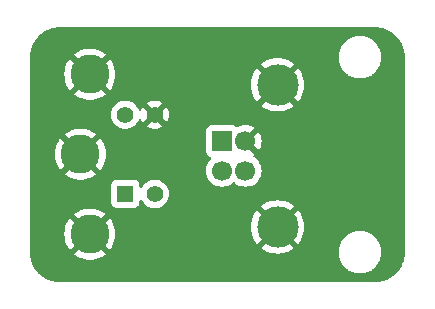
<source format=gbr>
%TF.GenerationSoftware,KiCad,Pcbnew,7.0.7-2.fc38*%
%TF.CreationDate,2023-10-09T11:52:25-07:00*%
%TF.ProjectId,ADB-USB-adapter,4144422d-5553-4422-9d61-646170746572,rev?*%
%TF.SameCoordinates,Original*%
%TF.FileFunction,Copper,L2,Bot*%
%TF.FilePolarity,Positive*%
%FSLAX46Y46*%
G04 Gerber Fmt 4.6, Leading zero omitted, Abs format (unit mm)*
G04 Created by KiCad (PCBNEW 7.0.7-2.fc38) date 2023-10-09 11:52:25*
%MOMM*%
%LPD*%
G01*
G04 APERTURE LIST*
%TA.AperFunction,ComponentPad*%
%ADD10R,1.700000X1.700000*%
%TD*%
%TA.AperFunction,ComponentPad*%
%ADD11C,1.700000*%
%TD*%
%TA.AperFunction,ComponentPad*%
%ADD12C,3.500000*%
%TD*%
%TA.AperFunction,ComponentPad*%
%ADD13R,1.398000X1.398000*%
%TD*%
%TA.AperFunction,ComponentPad*%
%ADD14C,1.398000*%
%TD*%
%TA.AperFunction,ComponentPad*%
%ADD15C,3.306000*%
%TD*%
G04 APERTURE END LIST*
D10*
%TO.P,USB1,1,VBUS*%
%TO.N,Net-(USB1-VBUS)*%
X36576000Y-28702000D03*
D11*
%TO.P,USB1,2,D-*%
%TO.N,Net-(USB1-D-)*%
X36576000Y-31202000D03*
%TO.P,USB1,3,D+*%
%TO.N,Net-(USB1-D+)*%
X38576000Y-31202000D03*
%TO.P,USB1,4,GND*%
%TO.N,GND*%
X38576000Y-28702000D03*
D12*
%TO.P,USB1,5,Shield*%
X41286000Y-23932000D03*
X41286000Y-35972000D03*
%TD*%
D13*
%TO.P,ADB-FEMALE1,1,1*%
%TO.N,Net-(USB1-D-)*%
X28400000Y-33166800D03*
D14*
%TO.P,ADB-FEMALE1,2,2*%
%TO.N,Net-(USB1-VBUS)*%
X28400000Y-26466800D03*
%TO.P,ADB-FEMALE1,3,3*%
%TO.N,Net-(USB1-D+)*%
X30890000Y-33166800D03*
%TO.P,ADB-FEMALE1,4,4*%
%TO.N,GND*%
X30890000Y-26466800D03*
D15*
%TO.P,ADB-FEMALE1,5,SH*%
X24590000Y-29816800D03*
%TO.P,ADB-FEMALE1,6,SH*%
X25400000Y-23056800D03*
%TO.P,ADB-FEMALE1,7,SH*%
X25400000Y-36576800D03*
%TD*%
%TA.AperFunction,Conductor*%
%TO.N,GND*%
G36*
X49531737Y-19050598D02*
G01*
X49565041Y-19052467D01*
X49645603Y-19056992D01*
X49817691Y-19067401D01*
X49824297Y-19068160D01*
X49895907Y-19080327D01*
X49960343Y-19091277D01*
X50053462Y-19108340D01*
X50109227Y-19118560D01*
X50115198Y-19119963D01*
X50252032Y-19159384D01*
X50392850Y-19203265D01*
X50398092Y-19205164D01*
X50531420Y-19260391D01*
X50664609Y-19320334D01*
X50669147Y-19322605D01*
X50742221Y-19362991D01*
X50796422Y-19392947D01*
X50796439Y-19392956D01*
X50920935Y-19468217D01*
X50924739Y-19470711D01*
X51042726Y-19554427D01*
X51045072Y-19556176D01*
X51140416Y-19630874D01*
X51158332Y-19644910D01*
X51161409Y-19647486D01*
X51269430Y-19744018D01*
X51271957Y-19746408D01*
X51373590Y-19848041D01*
X51375980Y-19850568D01*
X51472512Y-19958589D01*
X51475088Y-19961666D01*
X51563811Y-20074912D01*
X51565571Y-20077272D01*
X51649287Y-20195259D01*
X51651781Y-20199063D01*
X51727043Y-20323560D01*
X51797393Y-20450851D01*
X51799668Y-20455398D01*
X51859609Y-20588581D01*
X51914831Y-20721899D01*
X51916744Y-20727183D01*
X51939633Y-20800634D01*
X51960631Y-20868021D01*
X52000032Y-21004790D01*
X52001440Y-21010781D01*
X52028722Y-21159656D01*
X52051835Y-21295683D01*
X52052599Y-21302330D01*
X52063012Y-21474475D01*
X52069402Y-21588263D01*
X52069500Y-21591741D01*
X52069500Y-38098258D01*
X52069402Y-38101736D01*
X52063012Y-38215524D01*
X52052599Y-38387668D01*
X52051835Y-38394315D01*
X52028722Y-38530343D01*
X52001440Y-38679217D01*
X52000032Y-38685208D01*
X51960625Y-38822001D01*
X51916744Y-38962815D01*
X51914831Y-38968099D01*
X51859609Y-39101418D01*
X51799668Y-39234600D01*
X51797394Y-39239147D01*
X51727043Y-39366439D01*
X51651781Y-39490936D01*
X51649287Y-39494739D01*
X51565571Y-39612726D01*
X51563811Y-39615086D01*
X51475088Y-39728332D01*
X51472512Y-39731409D01*
X51375980Y-39839430D01*
X51373590Y-39841957D01*
X51271957Y-39943590D01*
X51269430Y-39945980D01*
X51161409Y-40042512D01*
X51158332Y-40045088D01*
X51045086Y-40133811D01*
X51042726Y-40135571D01*
X50924739Y-40219287D01*
X50920936Y-40221781D01*
X50796439Y-40297043D01*
X50669147Y-40367394D01*
X50664600Y-40369668D01*
X50531418Y-40429609D01*
X50398099Y-40484831D01*
X50392815Y-40486744D01*
X50275231Y-40523385D01*
X50251990Y-40530627D01*
X50115208Y-40570032D01*
X50109217Y-40571440D01*
X49960343Y-40598722D01*
X49824315Y-40621835D01*
X49817668Y-40622599D01*
X49645524Y-40633012D01*
X49531736Y-40639402D01*
X49528258Y-40639500D01*
X22861742Y-40639500D01*
X22858265Y-40639402D01*
X22744475Y-40633012D01*
X22572330Y-40622599D01*
X22565683Y-40621835D01*
X22429656Y-40598722D01*
X22280781Y-40571440D01*
X22274790Y-40570032D01*
X22138021Y-40530631D01*
X22070634Y-40509633D01*
X21997183Y-40486744D01*
X21991899Y-40484831D01*
X21858581Y-40429609D01*
X21725398Y-40369668D01*
X21720851Y-40367393D01*
X21593560Y-40297043D01*
X21469063Y-40221781D01*
X21465259Y-40219287D01*
X21347272Y-40135571D01*
X21344912Y-40133811D01*
X21231666Y-40045088D01*
X21228589Y-40042512D01*
X21120568Y-39945980D01*
X21118041Y-39943590D01*
X21016408Y-39841957D01*
X21014018Y-39839430D01*
X20917486Y-39731409D01*
X20914910Y-39728332D01*
X20861552Y-39660226D01*
X20826176Y-39615072D01*
X20824427Y-39612726D01*
X20805592Y-39586181D01*
X20740710Y-39494738D01*
X20738217Y-39490935D01*
X20691944Y-39414390D01*
X20662956Y-39366439D01*
X20594733Y-39242998D01*
X20592605Y-39239147D01*
X20590330Y-39234600D01*
X20585255Y-39223324D01*
X20530387Y-39101411D01*
X20498154Y-39023595D01*
X20475164Y-38968092D01*
X20473265Y-38962850D01*
X20429375Y-38822001D01*
X20389963Y-38685198D01*
X20388560Y-38679227D01*
X20375915Y-38610226D01*
X20361277Y-38530343D01*
X20350327Y-38465907D01*
X20338160Y-38394297D01*
X20337401Y-38387691D01*
X20326992Y-38215603D01*
X20322626Y-38137867D01*
X20320598Y-38101736D01*
X20320500Y-38098259D01*
X20320500Y-36576800D01*
X23241969Y-36576800D01*
X23262068Y-36870652D01*
X23262069Y-36870654D01*
X23321991Y-37159018D01*
X23321996Y-37159035D01*
X23420629Y-37436560D01*
X23556136Y-37698078D01*
X23708838Y-37914406D01*
X24329065Y-37294180D01*
X24390388Y-37260695D01*
X24460080Y-37265679D01*
X24508383Y-37298323D01*
X24616035Y-37416412D01*
X24625314Y-37426590D01*
X24659101Y-37452105D01*
X24670243Y-37460519D01*
X24711879Y-37516628D01*
X24716570Y-37586340D01*
X24683197Y-37647154D01*
X24064524Y-38265827D01*
X24064524Y-38265828D01*
X24155499Y-38339841D01*
X24155503Y-38339844D01*
X24407172Y-38492888D01*
X24677314Y-38610226D01*
X24960930Y-38689692D01*
X24960936Y-38689693D01*
X25252730Y-38729800D01*
X25547270Y-38729800D01*
X25839063Y-38689693D01*
X25839069Y-38689692D01*
X26122685Y-38610226D01*
X26392827Y-38492888D01*
X26644493Y-38339846D01*
X26735474Y-38265827D01*
X26116801Y-37647154D01*
X26083316Y-37585831D01*
X26088300Y-37516139D01*
X26129753Y-37460521D01*
X26174686Y-37426590D01*
X26180099Y-37420653D01*
X26291616Y-37298324D01*
X26351327Y-37262042D01*
X26421174Y-37263803D01*
X26470934Y-37294181D01*
X27091160Y-37914406D01*
X27091161Y-37914406D01*
X27243863Y-37698078D01*
X27379370Y-37436560D01*
X27478003Y-37159035D01*
X27478008Y-37159018D01*
X27537930Y-36870654D01*
X27537931Y-36870652D01*
X27558030Y-36576800D01*
X27537931Y-36282947D01*
X27537930Y-36282945D01*
X27478008Y-35994581D01*
X27478003Y-35994564D01*
X27469984Y-35972000D01*
X39031172Y-35972000D01*
X39050462Y-36266312D01*
X39050464Y-36266324D01*
X39108001Y-36555584D01*
X39108005Y-36555599D01*
X39202812Y-36834888D01*
X39333258Y-37099406D01*
X39333265Y-37099419D01*
X39497122Y-37344648D01*
X39526406Y-37378039D01*
X40200908Y-36703537D01*
X40262231Y-36670052D01*
X40331922Y-36675036D01*
X40380222Y-36707676D01*
X40497782Y-36836634D01*
X40541964Y-36869998D01*
X40583599Y-36926106D01*
X40588292Y-36995817D01*
X40554918Y-37056633D01*
X39879959Y-37731592D01*
X39879959Y-37731593D01*
X39913344Y-37760872D01*
X39913348Y-37760875D01*
X40158580Y-37924734D01*
X40158593Y-37924741D01*
X40423111Y-38055187D01*
X40702400Y-38149994D01*
X40702415Y-38149998D01*
X40991675Y-38207535D01*
X40991687Y-38207537D01*
X41286000Y-38226827D01*
X41580312Y-38207537D01*
X41580324Y-38207535D01*
X41869584Y-38149998D01*
X41869599Y-38149994D01*
X42016875Y-38100000D01*
X46458411Y-38100000D01*
X46466287Y-38205110D01*
X46466460Y-38209723D01*
X46466460Y-38231774D01*
X46465847Y-38233859D01*
X46466849Y-38237009D01*
X46470138Y-38258823D01*
X46470658Y-38263434D01*
X46475661Y-38330193D01*
X46478533Y-38368513D01*
X46478534Y-38368516D01*
X46501984Y-38471261D01*
X46502846Y-38475817D01*
X46506131Y-38497608D01*
X46505835Y-38499764D01*
X46507300Y-38502737D01*
X46513798Y-38523804D01*
X46514999Y-38528283D01*
X46531003Y-38598397D01*
X46538447Y-38631011D01*
X46538453Y-38631035D01*
X46576954Y-38729137D01*
X46578484Y-38733511D01*
X46584978Y-38754561D01*
X46585007Y-38756741D01*
X46586906Y-38759474D01*
X46596472Y-38779339D01*
X46598325Y-38783588D01*
X46636825Y-38881682D01*
X46689513Y-38972941D01*
X46691680Y-38977040D01*
X46701245Y-38996901D01*
X46701598Y-38999049D01*
X46703882Y-39001467D01*
X46712248Y-39013739D01*
X46716291Y-39019669D01*
X46718758Y-39023595D01*
X46718763Y-39023603D01*
X46769493Y-39111470D01*
X46771460Y-39114876D01*
X46837165Y-39197266D01*
X46839919Y-39200998D01*
X46852334Y-39219208D01*
X46853002Y-39221275D01*
X46855619Y-39223326D01*
X46870606Y-39239479D01*
X46873630Y-39242993D01*
X46939341Y-39325392D01*
X46939344Y-39325394D01*
X47016589Y-39397067D01*
X47019869Y-39400346D01*
X47034864Y-39416507D01*
X47035834Y-39418454D01*
X47038723Y-39420089D01*
X47055955Y-39433830D01*
X47059471Y-39436856D01*
X47136723Y-39508535D01*
X47136725Y-39508536D01*
X47136728Y-39508539D01*
X47223801Y-39567904D01*
X47227521Y-39570650D01*
X47244763Y-39584399D01*
X47246014Y-39586181D01*
X47249114Y-39587367D01*
X47268220Y-39598398D01*
X47272125Y-39600851D01*
X47355905Y-39657971D01*
X47359203Y-39660220D01*
X47359213Y-39660226D01*
X47407236Y-39683352D01*
X47454165Y-39705952D01*
X47458252Y-39708112D01*
X47464143Y-39711513D01*
X47477355Y-39719142D01*
X47478848Y-39720708D01*
X47482081Y-39721417D01*
X47502611Y-39729474D01*
X47506842Y-39731319D01*
X47601806Y-39777052D01*
X47702539Y-39808124D01*
X47706854Y-39809634D01*
X47724207Y-39816444D01*
X47727408Y-39817701D01*
X47729120Y-39819029D01*
X47732420Y-39819248D01*
X47733003Y-39819381D01*
X47753952Y-39824162D01*
X47758383Y-39825349D01*
X47859109Y-39856419D01*
X47963327Y-39872127D01*
X47967853Y-39872983D01*
X47982308Y-39876282D01*
X47989363Y-39877893D01*
X47991258Y-39878953D01*
X47994560Y-39878676D01*
X48016575Y-39880326D01*
X48021108Y-39880836D01*
X48125367Y-39896551D01*
X48125373Y-39896551D01*
X48230734Y-39896551D01*
X48235368Y-39896724D01*
X48257368Y-39898373D01*
X48259400Y-39899138D01*
X48262631Y-39898372D01*
X48284633Y-39896724D01*
X48289266Y-39896551D01*
X48394627Y-39896551D01*
X48394633Y-39896551D01*
X48498880Y-39880838D01*
X48503435Y-39880325D01*
X48525431Y-39878677D01*
X48527555Y-39879131D01*
X48530636Y-39877892D01*
X48552132Y-39872986D01*
X48556655Y-39872129D01*
X48651825Y-39857785D01*
X48660885Y-39856420D01*
X48660886Y-39856419D01*
X48660891Y-39856419D01*
X48660892Y-39856418D01*
X48660900Y-39856417D01*
X48715968Y-39839430D01*
X48761600Y-39825354D01*
X48766050Y-39824161D01*
X48776784Y-39821711D01*
X48787576Y-39819249D01*
X48789737Y-39819381D01*
X48792591Y-39817701D01*
X48813147Y-39809633D01*
X48817473Y-39808120D01*
X48918194Y-39777052D01*
X49013150Y-39731323D01*
X49017390Y-39729474D01*
X49020300Y-39728332D01*
X49037911Y-39721419D01*
X49040070Y-39721228D01*
X49042635Y-39719147D01*
X49061781Y-39708093D01*
X49065803Y-39705967D01*
X49160795Y-39660222D01*
X49247904Y-39600831D01*
X49251798Y-39598386D01*
X49270886Y-39587366D01*
X49272997Y-39586853D01*
X49275234Y-39584401D01*
X49275237Y-39584399D01*
X49292486Y-39570642D01*
X49296160Y-39567930D01*
X49383272Y-39508539D01*
X49460548Y-39436836D01*
X49464014Y-39433853D01*
X49481278Y-39420086D01*
X49483287Y-39419266D01*
X49485133Y-39416509D01*
X49485135Y-39416507D01*
X49500136Y-39400339D01*
X49503389Y-39397086D01*
X49580658Y-39325392D01*
X49646391Y-39242965D01*
X49649375Y-39239497D01*
X49664383Y-39223323D01*
X49666249Y-39222211D01*
X49667665Y-39219208D01*
X49680084Y-39200991D01*
X49682834Y-39197267D01*
X49682835Y-39197266D01*
X49748543Y-39114871D01*
X49801255Y-39023570D01*
X49803692Y-39019692D01*
X49816120Y-39001463D01*
X49817800Y-39000086D01*
X49818754Y-38996901D01*
X49828319Y-38977040D01*
X49830471Y-38972965D01*
X49883176Y-38881680D01*
X49921686Y-38783556D01*
X49923522Y-38779348D01*
X49933096Y-38759467D01*
X49934552Y-38757855D01*
X49935019Y-38754568D01*
X49941518Y-38733498D01*
X49943044Y-38729137D01*
X49981549Y-38631028D01*
X50005004Y-38528262D01*
X50006199Y-38523807D01*
X50006200Y-38523804D01*
X50012698Y-38502737D01*
X50013896Y-38500927D01*
X50013868Y-38497609D01*
X50017157Y-38475787D01*
X50018010Y-38471282D01*
X50041467Y-38368513D01*
X50041535Y-38367613D01*
X50044459Y-38328581D01*
X50049341Y-38263427D01*
X50049860Y-38258834D01*
X50053958Y-38231644D01*
X50053632Y-38229466D01*
X50054180Y-38200137D01*
X50054339Y-38196739D01*
X50061589Y-38100000D01*
X50061458Y-38098258D01*
X50058231Y-38055187D01*
X50054339Y-38003263D01*
X50054180Y-37999859D01*
X50053632Y-37970531D01*
X50054054Y-37968988D01*
X50049860Y-37941163D01*
X50049341Y-37936564D01*
X50044955Y-37878037D01*
X50041468Y-37831495D01*
X50041467Y-37831490D01*
X50041467Y-37831487D01*
X50018009Y-37728712D01*
X50017156Y-37724207D01*
X50013867Y-37702383D01*
X50014161Y-37700231D01*
X50012699Y-37697259D01*
X50006199Y-37676189D01*
X50004998Y-37671708D01*
X49981552Y-37568985D01*
X49981551Y-37568984D01*
X49981549Y-37568972D01*
X49943042Y-37470859D01*
X49941517Y-37466497D01*
X49939672Y-37460517D01*
X49935018Y-37445431D01*
X49934989Y-37443258D01*
X49933093Y-37440526D01*
X49926381Y-37426588D01*
X49923523Y-37420653D01*
X49921688Y-37416449D01*
X49883176Y-37318320D01*
X49883175Y-37318317D01*
X49855147Y-37269773D01*
X49830468Y-37227027D01*
X49828313Y-37222949D01*
X49818752Y-37203097D01*
X49818399Y-37200951D01*
X49816115Y-37198529D01*
X49815226Y-37197225D01*
X49803699Y-37180318D01*
X49801251Y-37176422D01*
X49748543Y-37085129D01*
X49682838Y-37002738D01*
X49680091Y-36999015D01*
X49667667Y-36980792D01*
X49667000Y-36978731D01*
X49664392Y-36976686D01*
X49649392Y-36960520D01*
X49646374Y-36957013D01*
X49621337Y-36925618D01*
X49580658Y-36874608D01*
X49580652Y-36874602D01*
X49580649Y-36874599D01*
X49503409Y-36802932D01*
X49500128Y-36799651D01*
X49485131Y-36783487D01*
X49484163Y-36781545D01*
X49481274Y-36779909D01*
X49464042Y-36766167D01*
X49460527Y-36763142D01*
X49383274Y-36691462D01*
X49296187Y-36632086D01*
X49292455Y-36629332D01*
X49275233Y-36615597D01*
X49273984Y-36613818D01*
X49270883Y-36612631D01*
X49251800Y-36601613D01*
X49247872Y-36599146D01*
X49168464Y-36545007D01*
X49160795Y-36539778D01*
X49065830Y-36494045D01*
X49061765Y-36491897D01*
X49051290Y-36485850D01*
X49042642Y-36480856D01*
X49041149Y-36479290D01*
X49037909Y-36478579D01*
X49017399Y-36470529D01*
X49013149Y-36468675D01*
X48918190Y-36422946D01*
X48836403Y-36397719D01*
X48817510Y-36391891D01*
X48813136Y-36390361D01*
X48792592Y-36382297D01*
X48790879Y-36380969D01*
X48787578Y-36380749D01*
X48766047Y-36375835D01*
X48761566Y-36374635D01*
X48660896Y-36343582D01*
X48660892Y-36343581D01*
X48660891Y-36343581D01*
X48645230Y-36341220D01*
X48556678Y-36327872D01*
X48552122Y-36327010D01*
X48530636Y-36322106D01*
X48528738Y-36321044D01*
X48525427Y-36321321D01*
X48503447Y-36319674D01*
X48498838Y-36319155D01*
X48394640Y-36303449D01*
X48394633Y-36303449D01*
X48289247Y-36303449D01*
X48284610Y-36303275D01*
X48270370Y-36302208D01*
X48262621Y-36301627D01*
X48260596Y-36300863D01*
X48257378Y-36301627D01*
X48249629Y-36302208D01*
X48235390Y-36303275D01*
X48230753Y-36303449D01*
X48125357Y-36303449D01*
X48021159Y-36319155D01*
X48016551Y-36319674D01*
X47994572Y-36321321D01*
X47992445Y-36320865D01*
X47989360Y-36322107D01*
X47967877Y-36327010D01*
X47963323Y-36327871D01*
X47859101Y-36343582D01*
X47758428Y-36374636D01*
X47753947Y-36375837D01*
X47732418Y-36380750D01*
X47730260Y-36380617D01*
X47727404Y-36382299D01*
X47706862Y-36390360D01*
X47702486Y-36391891D01*
X47601806Y-36422948D01*
X47506866Y-36468668D01*
X47502620Y-36470521D01*
X47486086Y-36477011D01*
X47482068Y-36478588D01*
X47479916Y-36478778D01*
X47477349Y-36480861D01*
X47458250Y-36491887D01*
X47454153Y-36494052D01*
X47359215Y-36539773D01*
X47359198Y-36539782D01*
X47272142Y-36599136D01*
X47268215Y-36601604D01*
X47249110Y-36612633D01*
X47247003Y-36613144D01*
X47244770Y-36615592D01*
X47227518Y-36629351D01*
X47223786Y-36632106D01*
X47136727Y-36691461D01*
X47059472Y-36763141D01*
X47055959Y-36766164D01*
X47038727Y-36779907D01*
X47036713Y-36780729D01*
X47034866Y-36783489D01*
X47019875Y-36799646D01*
X47016595Y-36802925D01*
X46939344Y-36874604D01*
X46939340Y-36874609D01*
X46873631Y-36957005D01*
X46870607Y-36960520D01*
X46855620Y-36976672D01*
X46853746Y-36977787D01*
X46852333Y-36980789D01*
X46839901Y-36999024D01*
X46837146Y-37002756D01*
X46771454Y-37085132D01*
X46718751Y-37176413D01*
X46716286Y-37180337D01*
X46703886Y-37198526D01*
X46702198Y-37199910D01*
X46701242Y-37203106D01*
X46691685Y-37222949D01*
X46689519Y-37227046D01*
X46636824Y-37318319D01*
X46598325Y-37416412D01*
X46596471Y-37420662D01*
X46586905Y-37440526D01*
X46585446Y-37442141D01*
X46584980Y-37445431D01*
X46578483Y-37466492D01*
X46576952Y-37470869D01*
X46538451Y-37568968D01*
X46538450Y-37568973D01*
X46514998Y-37671715D01*
X46513798Y-37676194D01*
X46507300Y-37697261D01*
X46506102Y-37699069D01*
X46506131Y-37702392D01*
X46502845Y-37724187D01*
X46501983Y-37728742D01*
X46478534Y-37831480D01*
X46478533Y-37831484D01*
X46478533Y-37831487D01*
X46478466Y-37832387D01*
X46470658Y-37936564D01*
X46470138Y-37941175D01*
X46466849Y-37962989D01*
X46465937Y-37964949D01*
X46466460Y-37968224D01*
X46466460Y-37990275D01*
X46466287Y-37994891D01*
X46461769Y-38055187D01*
X46458542Y-38098258D01*
X46458411Y-38100000D01*
X42016875Y-38100000D01*
X42148888Y-38055187D01*
X42413406Y-37924741D01*
X42413419Y-37924734D01*
X42658650Y-37760877D01*
X42692039Y-37731593D01*
X42692040Y-37731592D01*
X42017081Y-37056633D01*
X41983596Y-36995310D01*
X41988580Y-36925618D01*
X42030033Y-36870000D01*
X42074218Y-36836634D01*
X42191776Y-36707678D01*
X42251483Y-36671400D01*
X42321331Y-36673160D01*
X42371091Y-36703538D01*
X43045592Y-37378040D01*
X43045593Y-37378039D01*
X43074877Y-37344650D01*
X43238734Y-37099419D01*
X43238741Y-37099406D01*
X43369187Y-36834888D01*
X43463994Y-36555599D01*
X43463998Y-36555584D01*
X43521535Y-36266324D01*
X43521537Y-36266312D01*
X43540827Y-35972000D01*
X43521537Y-35677687D01*
X43521535Y-35677675D01*
X43463998Y-35388415D01*
X43463994Y-35388400D01*
X43369187Y-35109111D01*
X43238741Y-34844593D01*
X43238734Y-34844580D01*
X43074875Y-34599348D01*
X43074872Y-34599344D01*
X43045593Y-34565959D01*
X43045592Y-34565959D01*
X42371090Y-35240461D01*
X42309767Y-35273946D01*
X42240075Y-35268962D01*
X42191776Y-35236321D01*
X42074218Y-35107366D01*
X42030033Y-35073999D01*
X41988398Y-35017890D01*
X41983707Y-34948178D01*
X42017080Y-34887365D01*
X42692039Y-34212406D01*
X42658648Y-34183122D01*
X42413419Y-34019265D01*
X42413406Y-34019258D01*
X42148888Y-33888812D01*
X41869599Y-33794005D01*
X41869584Y-33794001D01*
X41580324Y-33736464D01*
X41580312Y-33736462D01*
X41286000Y-33717172D01*
X40991687Y-33736462D01*
X40991675Y-33736464D01*
X40702415Y-33794001D01*
X40702400Y-33794005D01*
X40423111Y-33888812D01*
X40158593Y-34019258D01*
X40158580Y-34019265D01*
X39913350Y-34183123D01*
X39879958Y-34212406D01*
X40554918Y-34887365D01*
X40588403Y-34948688D01*
X40583419Y-35018379D01*
X40541966Y-35073999D01*
X40497778Y-35107368D01*
X40380226Y-35236318D01*
X40320515Y-35272600D01*
X40250667Y-35270839D01*
X40200908Y-35240461D01*
X39526406Y-34565958D01*
X39497123Y-34599350D01*
X39333265Y-34844580D01*
X39333258Y-34844593D01*
X39202812Y-35109111D01*
X39108005Y-35388400D01*
X39108001Y-35388415D01*
X39050464Y-35677675D01*
X39050462Y-35677687D01*
X39031172Y-35972000D01*
X27469984Y-35972000D01*
X27379370Y-35717039D01*
X27243863Y-35455521D01*
X27091160Y-35239192D01*
X26470933Y-35859418D01*
X26409610Y-35892903D01*
X26339918Y-35887919D01*
X26291615Y-35855275D01*
X26174687Y-35727010D01*
X26129754Y-35693078D01*
X26088119Y-35636969D01*
X26083428Y-35567257D01*
X26116801Y-35506444D01*
X26735474Y-34887771D01*
X26644493Y-34813753D01*
X26392827Y-34660711D01*
X26122685Y-34543373D01*
X25839069Y-34463907D01*
X25839063Y-34463906D01*
X25547270Y-34423800D01*
X25252730Y-34423800D01*
X24960936Y-34463906D01*
X24960930Y-34463907D01*
X24677314Y-34543373D01*
X24407172Y-34660711D01*
X24155506Y-34813753D01*
X24155505Y-34813754D01*
X24064525Y-34887771D01*
X24683198Y-35506445D01*
X24716683Y-35567768D01*
X24711699Y-35637460D01*
X24670244Y-35693080D01*
X24625314Y-35727009D01*
X24508383Y-35855276D01*
X24448671Y-35891557D01*
X24378824Y-35889796D01*
X24329065Y-35859418D01*
X23708838Y-35239191D01*
X23708837Y-35239191D01*
X23556140Y-35455514D01*
X23556136Y-35455520D01*
X23420629Y-35717039D01*
X23321996Y-35994564D01*
X23321991Y-35994581D01*
X23262069Y-36282945D01*
X23262068Y-36282947D01*
X23241969Y-36576800D01*
X20320500Y-36576800D01*
X20320500Y-33913670D01*
X27200500Y-33913670D01*
X27200501Y-33913676D01*
X27206908Y-33973283D01*
X27257202Y-34108128D01*
X27257206Y-34108135D01*
X27343452Y-34223344D01*
X27343455Y-34223347D01*
X27458664Y-34309593D01*
X27458671Y-34309597D01*
X27593517Y-34359891D01*
X27593516Y-34359891D01*
X27600444Y-34360635D01*
X27653127Y-34366300D01*
X29146872Y-34366299D01*
X29206483Y-34359891D01*
X29341331Y-34309596D01*
X29456546Y-34223346D01*
X29542796Y-34108131D01*
X29593091Y-33973283D01*
X29599500Y-33913673D01*
X29599499Y-33793380D01*
X29619183Y-33726344D01*
X29671987Y-33680589D01*
X29741145Y-33670645D01*
X29804701Y-33699669D01*
X29834499Y-33738111D01*
X29865795Y-33800961D01*
X29999762Y-33978362D01*
X30141088Y-34107197D01*
X30164043Y-34128123D01*
X30353046Y-34245149D01*
X30353047Y-34245149D01*
X30353048Y-34245150D01*
X30422142Y-34271917D01*
X30560335Y-34325453D01*
X30778850Y-34366300D01*
X30778853Y-34366300D01*
X31001147Y-34366300D01*
X31001150Y-34366300D01*
X31219665Y-34325453D01*
X31426954Y-34245149D01*
X31615957Y-34128123D01*
X31780239Y-33978360D01*
X31914205Y-33800961D01*
X32013292Y-33601966D01*
X32074128Y-33388152D01*
X32094639Y-33166800D01*
X32074128Y-32945448D01*
X32013292Y-32731634D01*
X31914205Y-32532639D01*
X31795942Y-32376034D01*
X31780237Y-32355237D01*
X31615958Y-32205478D01*
X31615957Y-32205477D01*
X31426954Y-32088451D01*
X31426952Y-32088450D01*
X31426951Y-32088449D01*
X31219668Y-32008148D01*
X31219667Y-32008147D01*
X31219665Y-32008147D01*
X31001150Y-31967300D01*
X30778850Y-31967300D01*
X30560335Y-32008147D01*
X30560333Y-32008147D01*
X30560331Y-32008148D01*
X30353048Y-32088449D01*
X30353047Y-32088450D01*
X30164041Y-32205478D01*
X29999762Y-32355237D01*
X29865795Y-32532638D01*
X29834499Y-32595489D01*
X29786996Y-32646726D01*
X29719333Y-32664147D01*
X29652992Y-32642221D01*
X29609038Y-32587910D01*
X29599499Y-32540217D01*
X29599499Y-32419929D01*
X29599498Y-32419923D01*
X29599497Y-32419916D01*
X29593091Y-32360317D01*
X29591197Y-32355240D01*
X29542797Y-32225471D01*
X29542793Y-32225464D01*
X29456547Y-32110255D01*
X29456544Y-32110252D01*
X29341335Y-32024006D01*
X29341328Y-32024002D01*
X29206482Y-31973708D01*
X29206483Y-31973708D01*
X29146883Y-31967301D01*
X29146881Y-31967300D01*
X29146873Y-31967300D01*
X29146864Y-31967300D01*
X27653129Y-31967300D01*
X27653123Y-31967301D01*
X27593516Y-31973708D01*
X27458671Y-32024002D01*
X27458664Y-32024006D01*
X27343455Y-32110252D01*
X27343452Y-32110255D01*
X27257206Y-32225464D01*
X27257202Y-32225471D01*
X27206908Y-32360317D01*
X27200501Y-32419916D01*
X27200501Y-32419923D01*
X27200500Y-32419935D01*
X27200500Y-33913670D01*
X20320500Y-33913670D01*
X20320500Y-29816800D01*
X22431969Y-29816800D01*
X22452068Y-30110652D01*
X22452069Y-30110654D01*
X22511991Y-30399018D01*
X22511996Y-30399035D01*
X22610629Y-30676560D01*
X22746136Y-30938078D01*
X22898838Y-31154406D01*
X23519065Y-30534180D01*
X23580388Y-30500695D01*
X23650080Y-30505679D01*
X23698382Y-30538322D01*
X23815314Y-30666590D01*
X23849101Y-30692105D01*
X23860243Y-30700519D01*
X23901879Y-30756628D01*
X23906570Y-30826340D01*
X23873197Y-30887154D01*
X23254524Y-31505827D01*
X23254524Y-31505828D01*
X23345499Y-31579841D01*
X23345503Y-31579844D01*
X23597172Y-31732888D01*
X23867314Y-31850226D01*
X24150930Y-31929692D01*
X24150936Y-31929693D01*
X24442730Y-31969800D01*
X24737270Y-31969800D01*
X25029063Y-31929693D01*
X25029069Y-31929692D01*
X25312685Y-31850226D01*
X25582827Y-31732888D01*
X25834493Y-31579846D01*
X25925474Y-31505827D01*
X25621647Y-31202000D01*
X35220341Y-31202000D01*
X35240936Y-31437403D01*
X35240938Y-31437413D01*
X35302094Y-31665655D01*
X35302096Y-31665659D01*
X35302097Y-31665663D01*
X35333445Y-31732888D01*
X35401965Y-31879830D01*
X35401967Y-31879834D01*
X35491814Y-32008148D01*
X35537505Y-32073401D01*
X35704599Y-32240495D01*
X35801384Y-32308264D01*
X35898165Y-32376032D01*
X35898167Y-32376033D01*
X35898170Y-32376035D01*
X36112337Y-32475903D01*
X36340592Y-32537063D01*
X36528918Y-32553539D01*
X36575999Y-32557659D01*
X36576000Y-32557659D01*
X36576001Y-32557659D01*
X36615234Y-32554226D01*
X36811408Y-32537063D01*
X37039663Y-32475903D01*
X37253830Y-32376035D01*
X37447401Y-32240495D01*
X37488318Y-32199577D01*
X37549642Y-32166092D01*
X37619334Y-32171076D01*
X37663681Y-32199577D01*
X37704599Y-32240495D01*
X37898170Y-32376035D01*
X38112337Y-32475903D01*
X38340592Y-32537063D01*
X38528918Y-32553539D01*
X38575999Y-32557659D01*
X38576000Y-32557659D01*
X38576001Y-32557659D01*
X38615234Y-32554226D01*
X38811408Y-32537063D01*
X39039663Y-32475903D01*
X39253830Y-32376035D01*
X39447401Y-32240495D01*
X39614495Y-32073401D01*
X39750035Y-31879830D01*
X39849903Y-31665663D01*
X39911063Y-31437408D01*
X39931659Y-31202000D01*
X39911063Y-30966592D01*
X39849903Y-30738337D01*
X39750035Y-30524171D01*
X39739954Y-30509773D01*
X39614494Y-30330597D01*
X39447402Y-30163506D01*
X39447396Y-30163501D01*
X39289968Y-30053269D01*
X39246343Y-29998692D01*
X39239149Y-29929194D01*
X39270672Y-29866839D01*
X39289968Y-29850119D01*
X39337373Y-29816925D01*
X38805549Y-29285101D01*
X38772064Y-29223778D01*
X38777048Y-29154086D01*
X38818920Y-29098153D01*
X38835742Y-29087939D01*
X38838051Y-29086365D01*
X38838052Y-29086363D01*
X38838054Y-29086363D01*
X38939705Y-28992045D01*
X38961353Y-28954548D01*
X39011918Y-28906334D01*
X39080525Y-28893110D01*
X39145390Y-28919077D01*
X39156421Y-28928868D01*
X39690925Y-29463373D01*
X39690926Y-29463373D01*
X39749598Y-29379582D01*
X39749600Y-29379578D01*
X39849429Y-29165492D01*
X39849433Y-29165483D01*
X39910567Y-28937326D01*
X39910569Y-28937315D01*
X39931157Y-28702001D01*
X39931157Y-28701998D01*
X39910569Y-28466684D01*
X39910567Y-28466673D01*
X39849433Y-28238516D01*
X39849429Y-28238507D01*
X39749600Y-28024423D01*
X39749599Y-28024421D01*
X39690925Y-27940626D01*
X39690925Y-27940625D01*
X39158301Y-28473250D01*
X39096978Y-28506735D01*
X39027286Y-28501751D01*
X38973673Y-28462882D01*
X38941531Y-28422579D01*
X38892414Y-28360987D01*
X38820469Y-28311936D01*
X38776169Y-28257909D01*
X38768110Y-28188505D01*
X38798853Y-28125763D01*
X38802642Y-28121803D01*
X39337373Y-27587073D01*
X39337373Y-27587072D01*
X39253583Y-27528402D01*
X39253579Y-27528400D01*
X39039492Y-27428570D01*
X39039483Y-27428566D01*
X38811326Y-27367432D01*
X38811315Y-27367430D01*
X38576002Y-27346843D01*
X38575998Y-27346843D01*
X38340684Y-27367430D01*
X38340673Y-27367432D01*
X38112516Y-27428566D01*
X38112507Y-27428570D01*
X37921920Y-27517442D01*
X37852842Y-27527934D01*
X37789058Y-27499414D01*
X37784289Y-27495009D01*
X37668335Y-27408206D01*
X37668328Y-27408202D01*
X37533482Y-27357908D01*
X37533483Y-27357908D01*
X37473883Y-27351501D01*
X37473881Y-27351500D01*
X37473873Y-27351500D01*
X37473864Y-27351500D01*
X35678129Y-27351500D01*
X35678123Y-27351501D01*
X35618516Y-27357908D01*
X35483671Y-27408202D01*
X35483664Y-27408206D01*
X35368455Y-27494452D01*
X35368452Y-27494455D01*
X35282206Y-27609664D01*
X35282202Y-27609671D01*
X35231908Y-27744517D01*
X35225501Y-27804116D01*
X35225500Y-27804135D01*
X35225500Y-29599870D01*
X35225501Y-29599876D01*
X35231908Y-29659483D01*
X35282202Y-29794328D01*
X35282206Y-29794335D01*
X35368452Y-29909544D01*
X35368455Y-29909547D01*
X35483664Y-29995793D01*
X35483671Y-29995797D01*
X35585948Y-30033944D01*
X35641882Y-30075815D01*
X35666299Y-30141279D01*
X35651447Y-30209552D01*
X35630296Y-30237807D01*
X35537505Y-30330597D01*
X35401965Y-30524169D01*
X35401964Y-30524171D01*
X35302098Y-30738335D01*
X35302094Y-30738344D01*
X35240938Y-30966586D01*
X35240936Y-30966596D01*
X35220341Y-31201999D01*
X35220341Y-31202000D01*
X25621647Y-31202000D01*
X25306801Y-30887154D01*
X25273316Y-30825831D01*
X25278300Y-30756139D01*
X25319753Y-30700521D01*
X25364686Y-30666590D01*
X25481616Y-30538323D01*
X25541327Y-30502042D01*
X25611174Y-30503803D01*
X25660934Y-30534181D01*
X26281160Y-31154406D01*
X26281161Y-31154406D01*
X26433863Y-30938078D01*
X26569370Y-30676560D01*
X26668003Y-30399035D01*
X26668008Y-30399018D01*
X26727930Y-30110654D01*
X26727931Y-30110652D01*
X26748030Y-29816800D01*
X26727931Y-29522947D01*
X26727930Y-29522945D01*
X26668008Y-29234581D01*
X26668003Y-29234564D01*
X26569370Y-28957039D01*
X26433863Y-28695521D01*
X26281160Y-28479192D01*
X25660933Y-29099418D01*
X25599610Y-29132903D01*
X25529918Y-29127919D01*
X25481615Y-29095275D01*
X25474927Y-29087939D01*
X25433972Y-29043013D01*
X25364687Y-28967010D01*
X25319754Y-28933078D01*
X25278119Y-28876969D01*
X25273428Y-28807257D01*
X25306801Y-28746444D01*
X25925474Y-28127771D01*
X25834493Y-28053753D01*
X25582827Y-27900711D01*
X25312685Y-27783373D01*
X25029069Y-27703907D01*
X25029063Y-27703906D01*
X24737270Y-27663800D01*
X24442730Y-27663800D01*
X24150936Y-27703906D01*
X24150930Y-27703907D01*
X23867314Y-27783373D01*
X23597172Y-27900711D01*
X23345506Y-28053753D01*
X23345505Y-28053754D01*
X23254525Y-28127771D01*
X23873198Y-28746445D01*
X23906683Y-28807768D01*
X23901699Y-28877460D01*
X23860244Y-28933080D01*
X23815314Y-28967009D01*
X23698383Y-29095276D01*
X23638671Y-29131557D01*
X23568824Y-29129796D01*
X23519065Y-29099418D01*
X22898838Y-28479191D01*
X22898837Y-28479191D01*
X22746140Y-28695514D01*
X22746136Y-28695520D01*
X22610629Y-28957039D01*
X22511996Y-29234564D01*
X22511991Y-29234581D01*
X22452069Y-29522945D01*
X22452068Y-29522947D01*
X22431969Y-29816800D01*
X20320500Y-29816800D01*
X20320500Y-26466800D01*
X27195361Y-26466800D01*
X27215871Y-26688151D01*
X27276707Y-26901963D01*
X27276712Y-26901976D01*
X27375795Y-27100961D01*
X27509762Y-27278362D01*
X27597022Y-27357909D01*
X27674043Y-27428123D01*
X27863046Y-27545149D01*
X27863047Y-27545149D01*
X27863048Y-27545150D01*
X27932142Y-27571916D01*
X28070335Y-27625453D01*
X28288850Y-27666300D01*
X28288853Y-27666300D01*
X28511147Y-27666300D01*
X28511150Y-27666300D01*
X28729665Y-27625453D01*
X28936954Y-27545149D01*
X29125957Y-27428123D01*
X29290239Y-27278360D01*
X29424205Y-27100961D01*
X29523292Y-26901966D01*
X29525993Y-26892472D01*
X29563266Y-26833380D01*
X29626574Y-26803819D01*
X29695814Y-26813177D01*
X29749003Y-26858483D01*
X29764524Y-26892463D01*
X29767176Y-26901783D01*
X29767180Y-26901794D01*
X29866224Y-27100700D01*
X29881851Y-27121394D01*
X30318372Y-26684873D01*
X30379695Y-26651388D01*
X30449386Y-26656372D01*
X30502999Y-26695240D01*
X30583905Y-26796692D01*
X30656322Y-26846065D01*
X30700624Y-26900094D01*
X30708682Y-26969498D01*
X30677940Y-27032240D01*
X30674151Y-27036200D01*
X30237397Y-27472953D01*
X30353268Y-27544698D01*
X30353270Y-27544699D01*
X30560473Y-27624969D01*
X30778899Y-27665800D01*
X31001101Y-27665800D01*
X31219525Y-27624969D01*
X31219535Y-27624966D01*
X31426729Y-27544699D01*
X31426731Y-27544698D01*
X31542601Y-27472953D01*
X31108311Y-27038664D01*
X31074826Y-26977341D01*
X31079810Y-26907650D01*
X31121681Y-26851716D01*
X31142192Y-26839263D01*
X31143509Y-26838629D01*
X31241844Y-26747387D01*
X31264372Y-26708366D01*
X31314936Y-26660152D01*
X31383543Y-26646928D01*
X31448408Y-26672895D01*
X31459439Y-26682686D01*
X31898147Y-27121394D01*
X31913776Y-27100698D01*
X31913783Y-27100686D01*
X32012817Y-26901799D01*
X32012825Y-26901779D01*
X32073633Y-26688061D01*
X32073634Y-26688059D01*
X32094137Y-26466800D01*
X32094137Y-26466799D01*
X32073634Y-26245540D01*
X32073633Y-26245538D01*
X32012825Y-26031820D01*
X32012819Y-26031805D01*
X31913781Y-25832910D01*
X31913776Y-25832903D01*
X31898146Y-25812204D01*
X31461626Y-26248724D01*
X31400303Y-26282209D01*
X31330611Y-26277225D01*
X31276998Y-26238356D01*
X31235904Y-26186827D01*
X31196095Y-26136908D01*
X31123674Y-26087532D01*
X31079375Y-26033505D01*
X31071315Y-25964102D01*
X31102058Y-25901359D01*
X31105847Y-25897399D01*
X31542601Y-25460645D01*
X31542600Y-25460644D01*
X31426733Y-25388902D01*
X31426727Y-25388899D01*
X31219526Y-25308630D01*
X31001101Y-25267800D01*
X30778899Y-25267800D01*
X30560474Y-25308630D01*
X30560473Y-25308630D01*
X30353272Y-25388899D01*
X30353266Y-25388903D01*
X30237398Y-25460644D01*
X30237397Y-25460645D01*
X30671688Y-25894935D01*
X30705173Y-25956258D01*
X30700189Y-26025949D01*
X30658318Y-26081883D01*
X30637814Y-26094334D01*
X30636489Y-26094971D01*
X30538156Y-26186212D01*
X30515628Y-26225233D01*
X30465060Y-26273448D01*
X30396453Y-26286670D01*
X30331589Y-26260702D01*
X30320560Y-26250913D01*
X29881852Y-25812204D01*
X29866223Y-25832901D01*
X29767180Y-26031805D01*
X29767174Y-26031822D01*
X29764523Y-26041138D01*
X29727240Y-26100229D01*
X29663928Y-26129783D01*
X29594689Y-26120416D01*
X29541506Y-26075102D01*
X29525994Y-26041133D01*
X29523292Y-26031634D01*
X29520461Y-26025949D01*
X29455224Y-25894935D01*
X29424205Y-25832639D01*
X29339806Y-25720877D01*
X29290237Y-25655237D01*
X29125958Y-25505478D01*
X29125957Y-25505477D01*
X28936954Y-25388451D01*
X28936952Y-25388450D01*
X28936951Y-25388449D01*
X28729668Y-25308148D01*
X28729667Y-25308147D01*
X28729665Y-25308147D01*
X28511150Y-25267300D01*
X28288850Y-25267300D01*
X28070335Y-25308147D01*
X28070333Y-25308147D01*
X28070331Y-25308148D01*
X27863048Y-25388449D01*
X27863047Y-25388450D01*
X27674041Y-25505478D01*
X27509762Y-25655237D01*
X27375795Y-25832638D01*
X27276712Y-26031623D01*
X27276707Y-26031636D01*
X27215871Y-26245448D01*
X27195361Y-26466799D01*
X27195361Y-26466800D01*
X20320500Y-26466800D01*
X20320500Y-23056800D01*
X23241969Y-23056800D01*
X23262068Y-23350652D01*
X23262069Y-23350654D01*
X23321991Y-23639018D01*
X23321996Y-23639035D01*
X23420629Y-23916560D01*
X23556136Y-24178078D01*
X23708838Y-24394406D01*
X24329065Y-23774180D01*
X24390388Y-23740695D01*
X24460080Y-23745679D01*
X24508382Y-23778322D01*
X24625314Y-23906590D01*
X24658962Y-23932000D01*
X24670243Y-23940519D01*
X24711879Y-23996628D01*
X24716570Y-24066340D01*
X24683197Y-24127154D01*
X24064524Y-24745827D01*
X24064524Y-24745828D01*
X24155499Y-24819841D01*
X24155503Y-24819844D01*
X24407172Y-24972888D01*
X24677314Y-25090226D01*
X24960930Y-25169692D01*
X24960936Y-25169693D01*
X25252730Y-25209800D01*
X25547270Y-25209800D01*
X25839063Y-25169693D01*
X25839069Y-25169692D01*
X26122685Y-25090226D01*
X26392827Y-24972888D01*
X26644493Y-24819846D01*
X26735474Y-24745827D01*
X26116801Y-24127154D01*
X26083316Y-24065831D01*
X26088300Y-23996139D01*
X26129753Y-23940521D01*
X26174686Y-23906590D01*
X26291616Y-23778323D01*
X26351327Y-23742042D01*
X26421174Y-23743803D01*
X26470934Y-23774181D01*
X27091160Y-24394406D01*
X27091161Y-24394406D01*
X27243863Y-24178078D01*
X27371370Y-23932000D01*
X39031172Y-23932000D01*
X39050462Y-24226312D01*
X39050464Y-24226324D01*
X39108001Y-24515584D01*
X39108005Y-24515599D01*
X39202812Y-24794888D01*
X39333258Y-25059406D01*
X39333265Y-25059419D01*
X39497122Y-25304648D01*
X39526406Y-25338039D01*
X40200908Y-24663537D01*
X40262231Y-24630052D01*
X40331922Y-24635036D01*
X40380222Y-24667676D01*
X40497782Y-24796634D01*
X40541964Y-24829998D01*
X40583599Y-24886106D01*
X40588292Y-24955817D01*
X40554918Y-25016633D01*
X39879959Y-25691592D01*
X39879959Y-25691593D01*
X39913344Y-25720872D01*
X39913348Y-25720875D01*
X40158580Y-25884734D01*
X40158593Y-25884741D01*
X40423111Y-26015187D01*
X40702400Y-26109994D01*
X40702415Y-26109998D01*
X40991675Y-26167535D01*
X40991687Y-26167537D01*
X41286000Y-26186827D01*
X41580312Y-26167537D01*
X41580324Y-26167535D01*
X41869584Y-26109998D01*
X41869599Y-26109994D01*
X42148888Y-26015187D01*
X42413406Y-25884741D01*
X42413419Y-25884734D01*
X42658650Y-25720877D01*
X42692039Y-25691593D01*
X42692040Y-25691592D01*
X42017081Y-25016633D01*
X41983596Y-24955310D01*
X41988580Y-24885618D01*
X42030033Y-24830000D01*
X42074218Y-24796634D01*
X42191776Y-24667678D01*
X42251483Y-24631400D01*
X42321331Y-24633160D01*
X42371091Y-24663538D01*
X43045592Y-25338040D01*
X43045593Y-25338039D01*
X43074877Y-25304650D01*
X43238734Y-25059419D01*
X43238741Y-25059406D01*
X43369187Y-24794888D01*
X43463994Y-24515599D01*
X43463998Y-24515584D01*
X43521535Y-24226324D01*
X43521537Y-24226312D01*
X43540827Y-23932000D01*
X43521537Y-23637687D01*
X43521535Y-23637675D01*
X43463998Y-23348415D01*
X43463994Y-23348400D01*
X43369187Y-23069111D01*
X43238741Y-22804593D01*
X43238734Y-22804580D01*
X43074875Y-22559348D01*
X43074872Y-22559344D01*
X43045593Y-22525959D01*
X43045592Y-22525959D01*
X42371090Y-23200461D01*
X42309767Y-23233946D01*
X42240075Y-23228962D01*
X42191776Y-23196321D01*
X42074218Y-23067366D01*
X42030033Y-23033999D01*
X41988398Y-22977890D01*
X41983707Y-22908178D01*
X42017080Y-22847365D01*
X42692039Y-22172406D01*
X42658648Y-22143122D01*
X42413419Y-21979265D01*
X42413406Y-21979258D01*
X42148888Y-21848812D01*
X41869599Y-21754005D01*
X41869584Y-21754001D01*
X41580324Y-21696464D01*
X41580312Y-21696462D01*
X41286000Y-21677172D01*
X40991687Y-21696462D01*
X40991675Y-21696464D01*
X40702415Y-21754001D01*
X40702400Y-21754005D01*
X40423111Y-21848812D01*
X40158593Y-21979258D01*
X40158580Y-21979265D01*
X39913350Y-22143123D01*
X39879958Y-22172406D01*
X40554918Y-22847365D01*
X40588403Y-22908688D01*
X40583419Y-22978379D01*
X40541966Y-23033999D01*
X40497778Y-23067368D01*
X40380226Y-23196318D01*
X40320515Y-23232600D01*
X40250667Y-23230839D01*
X40200908Y-23200461D01*
X39526406Y-22525958D01*
X39497123Y-22559350D01*
X39333265Y-22804580D01*
X39333258Y-22804593D01*
X39202812Y-23069111D01*
X39108005Y-23348400D01*
X39108001Y-23348415D01*
X39050464Y-23637675D01*
X39050462Y-23637687D01*
X39031172Y-23932000D01*
X27371370Y-23932000D01*
X27379370Y-23916560D01*
X27478003Y-23639035D01*
X27478008Y-23639018D01*
X27537930Y-23350654D01*
X27537931Y-23350652D01*
X27558030Y-23056800D01*
X27537931Y-22762947D01*
X27537930Y-22762945D01*
X27478008Y-22474581D01*
X27478003Y-22474564D01*
X27379370Y-22197039D01*
X27243863Y-21935521D01*
X27091160Y-21719192D01*
X26470933Y-22339418D01*
X26409610Y-22372903D01*
X26339918Y-22367919D01*
X26291615Y-22335275D01*
X26174687Y-22207010D01*
X26129754Y-22173078D01*
X26088119Y-22116969D01*
X26083428Y-22047257D01*
X26116801Y-21986444D01*
X26513245Y-21590000D01*
X46458411Y-21590000D01*
X46466287Y-21695110D01*
X46466460Y-21699723D01*
X46466460Y-21721774D01*
X46465847Y-21723859D01*
X46466849Y-21727009D01*
X46470138Y-21748823D01*
X46470658Y-21753434D01*
X46470701Y-21754005D01*
X46478533Y-21858513D01*
X46478534Y-21858516D01*
X46501984Y-21961261D01*
X46502846Y-21965817D01*
X46506131Y-21987608D01*
X46505835Y-21989764D01*
X46507300Y-21992737D01*
X46513798Y-22013804D01*
X46514999Y-22018283D01*
X46528888Y-22079131D01*
X46538447Y-22121011D01*
X46538453Y-22121035D01*
X46576954Y-22219137D01*
X46578484Y-22223511D01*
X46584978Y-22244561D01*
X46585007Y-22246741D01*
X46586906Y-22249474D01*
X46596472Y-22269339D01*
X46598325Y-22273588D01*
X46636825Y-22371682D01*
X46689513Y-22462941D01*
X46691680Y-22467040D01*
X46701245Y-22486901D01*
X46701598Y-22489049D01*
X46703882Y-22491467D01*
X46712248Y-22503739D01*
X46716291Y-22509669D01*
X46718758Y-22513595D01*
X46736453Y-22544243D01*
X46769493Y-22601470D01*
X46771460Y-22604876D01*
X46837165Y-22687266D01*
X46839919Y-22690998D01*
X46852334Y-22709208D01*
X46853002Y-22711275D01*
X46855619Y-22713326D01*
X46870606Y-22729479D01*
X46873630Y-22732993D01*
X46939341Y-22815392D01*
X46939344Y-22815394D01*
X47016589Y-22887067D01*
X47019869Y-22890346D01*
X47034864Y-22906507D01*
X47035834Y-22908454D01*
X47038723Y-22910089D01*
X47055955Y-22923830D01*
X47059471Y-22926856D01*
X47136723Y-22998535D01*
X47136725Y-22998536D01*
X47136728Y-22998539D01*
X47223801Y-23057904D01*
X47227521Y-23060650D01*
X47244763Y-23074399D01*
X47246014Y-23076181D01*
X47249114Y-23077367D01*
X47268220Y-23088398D01*
X47272125Y-23090851D01*
X47355905Y-23147971D01*
X47359203Y-23150220D01*
X47359213Y-23150226D01*
X47385532Y-23162900D01*
X47454165Y-23195952D01*
X47458252Y-23198112D01*
X47462320Y-23200461D01*
X47477355Y-23209142D01*
X47478848Y-23210708D01*
X47482081Y-23211417D01*
X47502611Y-23219474D01*
X47506842Y-23221319D01*
X47601806Y-23267052D01*
X47702539Y-23298124D01*
X47706854Y-23299634D01*
X47724207Y-23306444D01*
X47727408Y-23307701D01*
X47729120Y-23309029D01*
X47732420Y-23309248D01*
X47733003Y-23309381D01*
X47753952Y-23314162D01*
X47758383Y-23315349D01*
X47859109Y-23346419D01*
X47963327Y-23362127D01*
X47967853Y-23362983D01*
X47982308Y-23366282D01*
X47989363Y-23367893D01*
X47991258Y-23368953D01*
X47994560Y-23368676D01*
X48016575Y-23370326D01*
X48021108Y-23370836D01*
X48125367Y-23386551D01*
X48125373Y-23386551D01*
X48230734Y-23386551D01*
X48235368Y-23386724D01*
X48257368Y-23388373D01*
X48259400Y-23389138D01*
X48262631Y-23388372D01*
X48284633Y-23386724D01*
X48289266Y-23386551D01*
X48394627Y-23386551D01*
X48394633Y-23386551D01*
X48498880Y-23370838D01*
X48503435Y-23370325D01*
X48525431Y-23368677D01*
X48527555Y-23369131D01*
X48530636Y-23367892D01*
X48552132Y-23362986D01*
X48556655Y-23362129D01*
X48651825Y-23347785D01*
X48660885Y-23346420D01*
X48660886Y-23346419D01*
X48660891Y-23346419D01*
X48660892Y-23346418D01*
X48660900Y-23346417D01*
X48705589Y-23332631D01*
X48761600Y-23315354D01*
X48766050Y-23314161D01*
X48776784Y-23311711D01*
X48787576Y-23309249D01*
X48789737Y-23309381D01*
X48792591Y-23307701D01*
X48813147Y-23299633D01*
X48817473Y-23298120D01*
X48918194Y-23267052D01*
X49013150Y-23221323D01*
X49017390Y-23219474D01*
X49017400Y-23219470D01*
X49037911Y-23211419D01*
X49040070Y-23211228D01*
X49042635Y-23209147D01*
X49061781Y-23198093D01*
X49065803Y-23195967D01*
X49160795Y-23150222D01*
X49247904Y-23090831D01*
X49251798Y-23088386D01*
X49270886Y-23077366D01*
X49272997Y-23076853D01*
X49275234Y-23074401D01*
X49281867Y-23069111D01*
X49292486Y-23060642D01*
X49296160Y-23057930D01*
X49383272Y-22998539D01*
X49460548Y-22926836D01*
X49464014Y-22923853D01*
X49481278Y-22910086D01*
X49483287Y-22909266D01*
X49485133Y-22906509D01*
X49485135Y-22906507D01*
X49500136Y-22890339D01*
X49503389Y-22887086D01*
X49580658Y-22815392D01*
X49646391Y-22732965D01*
X49649375Y-22729497D01*
X49664383Y-22713323D01*
X49666249Y-22712211D01*
X49667665Y-22709208D01*
X49680084Y-22690991D01*
X49682834Y-22687267D01*
X49682835Y-22687266D01*
X49748543Y-22604871D01*
X49801255Y-22513570D01*
X49803692Y-22509692D01*
X49816120Y-22491463D01*
X49817800Y-22490086D01*
X49818754Y-22486901D01*
X49828319Y-22467040D01*
X49830471Y-22462965D01*
X49883176Y-22371680D01*
X49921686Y-22273556D01*
X49923522Y-22269348D01*
X49933096Y-22249467D01*
X49934552Y-22247855D01*
X49935019Y-22244568D01*
X49941518Y-22223498D01*
X49943044Y-22219137D01*
X49981549Y-22121028D01*
X49982476Y-22116969D01*
X49984073Y-22109966D01*
X50005004Y-22018262D01*
X50006199Y-22013807D01*
X50006200Y-22013804D01*
X50012698Y-21992737D01*
X50013896Y-21990927D01*
X50013868Y-21987609D01*
X50017157Y-21965787D01*
X50018010Y-21961282D01*
X50041467Y-21858513D01*
X50041535Y-21857613D01*
X50044459Y-21818581D01*
X50049341Y-21753427D01*
X50049860Y-21748834D01*
X50053958Y-21721644D01*
X50053632Y-21719466D01*
X50053637Y-21719191D01*
X50054180Y-21690137D01*
X50054339Y-21686739D01*
X50061589Y-21590000D01*
X50054339Y-21493263D01*
X50054180Y-21489859D01*
X50053632Y-21460531D01*
X50054054Y-21458988D01*
X50049860Y-21431163D01*
X50049341Y-21426564D01*
X50044935Y-21367771D01*
X50041468Y-21321495D01*
X50041467Y-21321490D01*
X50041467Y-21321487D01*
X50018009Y-21218712D01*
X50017156Y-21214207D01*
X50013867Y-21192383D01*
X50014161Y-21190231D01*
X50012699Y-21187259D01*
X50006199Y-21166189D01*
X50004998Y-21161708D01*
X49981552Y-21058985D01*
X49981551Y-21058984D01*
X49981549Y-21058972D01*
X49943042Y-20960859D01*
X49941517Y-20956497D01*
X49937633Y-20943906D01*
X49935018Y-20935431D01*
X49934989Y-20933258D01*
X49933093Y-20930526D01*
X49923523Y-20910653D01*
X49921688Y-20906449D01*
X49883176Y-20808320D01*
X49883175Y-20808317D01*
X49836331Y-20727183D01*
X49830468Y-20717027D01*
X49828313Y-20712949D01*
X49818752Y-20693097D01*
X49818399Y-20690951D01*
X49816115Y-20688529D01*
X49815226Y-20687225D01*
X49803699Y-20670318D01*
X49801251Y-20666422D01*
X49748543Y-20575129D01*
X49682838Y-20492738D01*
X49680091Y-20489015D01*
X49667667Y-20470792D01*
X49667000Y-20468731D01*
X49664392Y-20466686D01*
X49649392Y-20450520D01*
X49646374Y-20447013D01*
X49637095Y-20435377D01*
X49580658Y-20364608D01*
X49580652Y-20364602D01*
X49580649Y-20364599D01*
X49503409Y-20292932D01*
X49500128Y-20289651D01*
X49485131Y-20273487D01*
X49484163Y-20271545D01*
X49481274Y-20269909D01*
X49464042Y-20256167D01*
X49460527Y-20253142D01*
X49383274Y-20181462D01*
X49296187Y-20122086D01*
X49292455Y-20119332D01*
X49275233Y-20105597D01*
X49273984Y-20103818D01*
X49270883Y-20102631D01*
X49251800Y-20091613D01*
X49247872Y-20089146D01*
X49168464Y-20035007D01*
X49160795Y-20029778D01*
X49065830Y-19984045D01*
X49061765Y-19981897D01*
X49051290Y-19975850D01*
X49042642Y-19970856D01*
X49041149Y-19969290D01*
X49037909Y-19968579D01*
X49017399Y-19960529D01*
X49013149Y-19958675D01*
X48918190Y-19912946D01*
X48836403Y-19887719D01*
X48817510Y-19881891D01*
X48813136Y-19880361D01*
X48792592Y-19872297D01*
X48790879Y-19870969D01*
X48787578Y-19870749D01*
X48766047Y-19865835D01*
X48761566Y-19864635D01*
X48660896Y-19833582D01*
X48660892Y-19833581D01*
X48660891Y-19833581D01*
X48645230Y-19831220D01*
X48556678Y-19817872D01*
X48552122Y-19817010D01*
X48530636Y-19812106D01*
X48528738Y-19811044D01*
X48525427Y-19811321D01*
X48503447Y-19809674D01*
X48498838Y-19809155D01*
X48394640Y-19793449D01*
X48394633Y-19793449D01*
X48289247Y-19793449D01*
X48284610Y-19793275D01*
X48270370Y-19792208D01*
X48262621Y-19791627D01*
X48260596Y-19790863D01*
X48257378Y-19791627D01*
X48249629Y-19792208D01*
X48235390Y-19793275D01*
X48230753Y-19793449D01*
X48125357Y-19793449D01*
X48021159Y-19809155D01*
X48016551Y-19809674D01*
X47994572Y-19811321D01*
X47992445Y-19810865D01*
X47989360Y-19812107D01*
X47967877Y-19817010D01*
X47963323Y-19817871D01*
X47859101Y-19833582D01*
X47758428Y-19864636D01*
X47753947Y-19865837D01*
X47732418Y-19870750D01*
X47730260Y-19870617D01*
X47727404Y-19872299D01*
X47706862Y-19880360D01*
X47702486Y-19881891D01*
X47601806Y-19912948D01*
X47506866Y-19958668D01*
X47502620Y-19960521D01*
X47486086Y-19967011D01*
X47482068Y-19968588D01*
X47479916Y-19968778D01*
X47477349Y-19970861D01*
X47458250Y-19981887D01*
X47454153Y-19984052D01*
X47359215Y-20029773D01*
X47359198Y-20029782D01*
X47272142Y-20089136D01*
X47268215Y-20091604D01*
X47249110Y-20102633D01*
X47247003Y-20103144D01*
X47244770Y-20105592D01*
X47227518Y-20119351D01*
X47223786Y-20122106D01*
X47136727Y-20181461D01*
X47059472Y-20253141D01*
X47055959Y-20256164D01*
X47038727Y-20269907D01*
X47036713Y-20270729D01*
X47034866Y-20273489D01*
X47019875Y-20289646D01*
X47016595Y-20292925D01*
X46939344Y-20364604D01*
X46939340Y-20364609D01*
X46873631Y-20447005D01*
X46870607Y-20450520D01*
X46855620Y-20466672D01*
X46853746Y-20467787D01*
X46852333Y-20470789D01*
X46839901Y-20489024D01*
X46837146Y-20492756D01*
X46771454Y-20575132D01*
X46718751Y-20666413D01*
X46716286Y-20670337D01*
X46703886Y-20688526D01*
X46702198Y-20689910D01*
X46701242Y-20693106D01*
X46691685Y-20712949D01*
X46689519Y-20717046D01*
X46636824Y-20808319D01*
X46598325Y-20906412D01*
X46596471Y-20910662D01*
X46586905Y-20930526D01*
X46585446Y-20932141D01*
X46584980Y-20935431D01*
X46578483Y-20956492D01*
X46576952Y-20960869D01*
X46538451Y-21058968D01*
X46538450Y-21058973D01*
X46514998Y-21161715D01*
X46513798Y-21166194D01*
X46507300Y-21187261D01*
X46506102Y-21189069D01*
X46506131Y-21192392D01*
X46502845Y-21214187D01*
X46501983Y-21218742D01*
X46478534Y-21321480D01*
X46478533Y-21321484D01*
X46478533Y-21321487D01*
X46478466Y-21322387D01*
X46470658Y-21426564D01*
X46470138Y-21431175D01*
X46466849Y-21452989D01*
X46465937Y-21454949D01*
X46466460Y-21458224D01*
X46466460Y-21480275D01*
X46466287Y-21484891D01*
X46458411Y-21590000D01*
X26513245Y-21590000D01*
X26735474Y-21367771D01*
X26644493Y-21293753D01*
X26392827Y-21140711D01*
X26122685Y-21023373D01*
X25839069Y-20943907D01*
X25839063Y-20943906D01*
X25547270Y-20903800D01*
X25252730Y-20903800D01*
X24960936Y-20943906D01*
X24960930Y-20943907D01*
X24677314Y-21023373D01*
X24407172Y-21140711D01*
X24155506Y-21293753D01*
X24155505Y-21293754D01*
X24064525Y-21367771D01*
X24683198Y-21986445D01*
X24716683Y-22047768D01*
X24711699Y-22117460D01*
X24670244Y-22173080D01*
X24625314Y-22207009D01*
X24508383Y-22335276D01*
X24448671Y-22371557D01*
X24378824Y-22369796D01*
X24329065Y-22339418D01*
X23708838Y-21719191D01*
X23708837Y-21719191D01*
X23556140Y-21935514D01*
X23556136Y-21935520D01*
X23420629Y-22197039D01*
X23321996Y-22474564D01*
X23321991Y-22474581D01*
X23262069Y-22762945D01*
X23262068Y-22762947D01*
X23241969Y-23056800D01*
X20320500Y-23056800D01*
X20320500Y-21591740D01*
X20320598Y-21588263D01*
X20322140Y-21560782D01*
X20326995Y-21474333D01*
X20337401Y-21302304D01*
X20338160Y-21295706D01*
X20355716Y-21192383D01*
X20361277Y-21159656D01*
X20379728Y-21058968D01*
X20388562Y-21010763D01*
X20389961Y-21004810D01*
X20429387Y-20867956D01*
X20473270Y-20727135D01*
X20475158Y-20721921D01*
X20530397Y-20588565D01*
X20590343Y-20455370D01*
X20592599Y-20450861D01*
X20662958Y-20323557D01*
X20738228Y-20199044D01*
X20740693Y-20195286D01*
X20824461Y-20077226D01*
X20826145Y-20074967D01*
X20914932Y-19961638D01*
X20917472Y-19958605D01*
X21014052Y-19850531D01*
X21016373Y-19848077D01*
X21118077Y-19746373D01*
X21120531Y-19744052D01*
X21228605Y-19647472D01*
X21231638Y-19644932D01*
X21344967Y-19556145D01*
X21347226Y-19554461D01*
X21465286Y-19470693D01*
X21469044Y-19468228D01*
X21593561Y-19392956D01*
X21720861Y-19322599D01*
X21725370Y-19320343D01*
X21858565Y-19260397D01*
X21991921Y-19205158D01*
X21997135Y-19203270D01*
X22137956Y-19159387D01*
X22274810Y-19119961D01*
X22280763Y-19118562D01*
X22363324Y-19103432D01*
X22429656Y-19091277D01*
X22477941Y-19083072D01*
X22565706Y-19068160D01*
X22572304Y-19067401D01*
X22744333Y-19056995D01*
X22830782Y-19052140D01*
X22858263Y-19050598D01*
X22861740Y-19050500D01*
X49528260Y-19050500D01*
X49531737Y-19050598D01*
G37*
%TD.AperFunction*%
%TD*%
M02*

</source>
